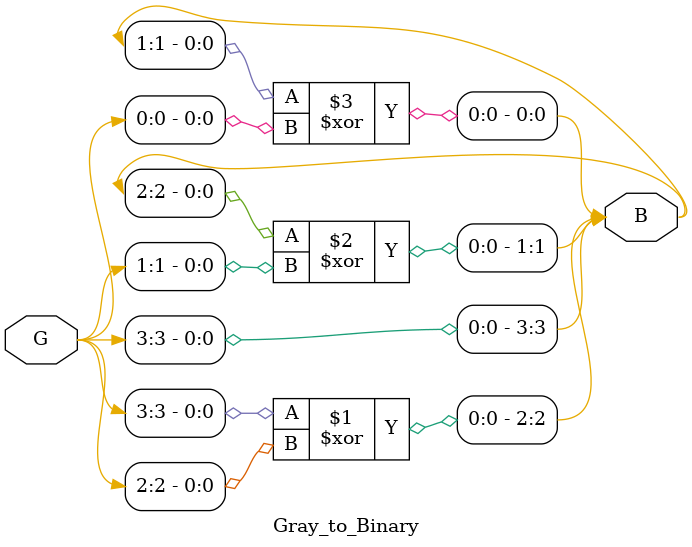
<source format=v>
`timescale 10ns / 1ps

module Gray_to_Binary(
    input  [3:0] G,   
    output [3:0] B   
);

    assign B[3] = G[3];
    assign B[2] = B[3] ^ G[2];
    assign B[1] = B[2] ^ G[1];
    assign B[0] = B[1] ^ G[0];

endmodule

</source>
